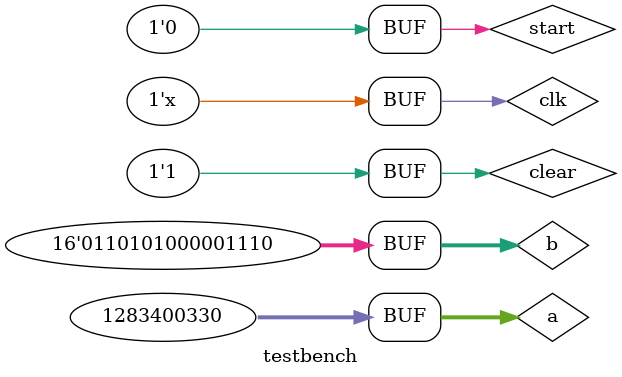
<source format=v>
`timescale 1ns / 1ps


module testbench();
    reg clear;
    reg start;
    reg clk;
    reg [31:0] a;
    reg [15:0] b;
    wire [31:0] q;
    wire [15:0] r;
    //reg [31:00] regQ;
    //reg [15:00] regR;
    wire busy;
    wire ready;
    wire [4:0] counter;
    initial begin
        clear <= 0;
        start <= 0;
        clk <= 1;
        a <= 32'h4c7f228a;
        b <= 16'h6a0e;
        #5
        start <= 1;
        clear <= 1;
        #10
        start <= 0;
     end
     Divider Divider(clk, clear, start, a, b, q, regQ, regR, busy, ready, counter);
     always begin
        #5;
        clk = ~clk;
     end 
endmodule

</source>
